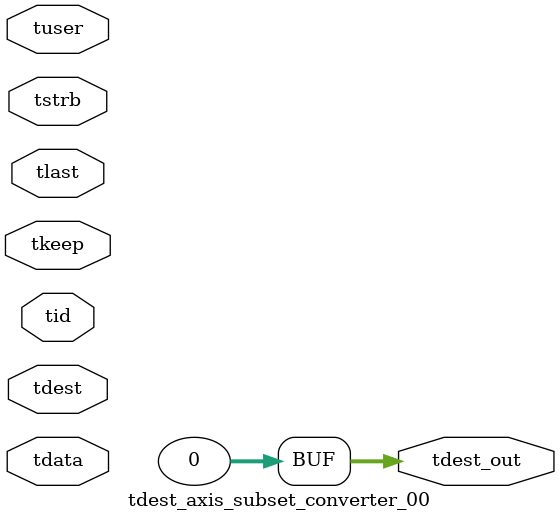
<source format=v>


`timescale 1ps/1ps

module tdest_axis_subset_converter_00 #
(
parameter C_S_AXIS_TDATA_WIDTH = 32,
parameter C_S_AXIS_TUSER_WIDTH = 0,
parameter C_S_AXIS_TID_WIDTH   = 0,
parameter C_S_AXIS_TDEST_WIDTH = 0,
parameter C_M_AXIS_TDEST_WIDTH = 32
)
(
input  [(C_S_AXIS_TDATA_WIDTH == 0 ? 1 : C_S_AXIS_TDATA_WIDTH)-1:0     ] tdata,
input  [(C_S_AXIS_TUSER_WIDTH == 0 ? 1 : C_S_AXIS_TUSER_WIDTH)-1:0     ] tuser,
input  [(C_S_AXIS_TID_WIDTH   == 0 ? 1 : C_S_AXIS_TID_WIDTH)-1:0       ] tid,
input  [(C_S_AXIS_TDEST_WIDTH == 0 ? 1 : C_S_AXIS_TDEST_WIDTH)-1:0     ] tdest,
input  [(C_S_AXIS_TDATA_WIDTH/8)-1:0 ] tkeep,
input  [(C_S_AXIS_TDATA_WIDTH/8)-1:0 ] tstrb,
input                                                                    tlast,
output [C_M_AXIS_TDEST_WIDTH-1:0] tdest_out
);

assign tdest_out = {1'b0};

endmodule


</source>
